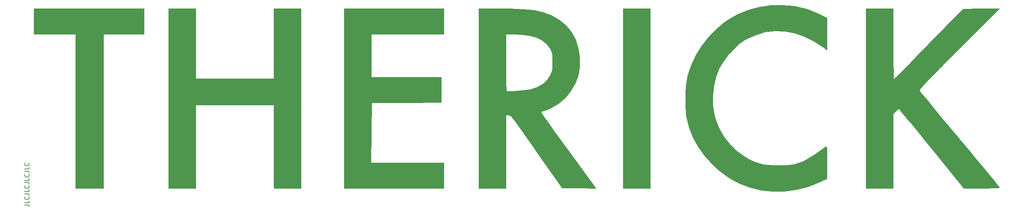
<source format=gbr>
G04 #@! TF.GenerationSoftware,KiCad,Pcbnew,(5.1.2-1)-1*
G04 #@! TF.CreationDate,2020-05-31T10:45:08-05:00*
G04 #@! TF.ProjectId,therick48,74686572-6963-46b3-9438-2e6b69636164,rev?*
G04 #@! TF.SameCoordinates,Original*
G04 #@! TF.FileFunction,Legend,Top*
G04 #@! TF.FilePolarity,Positive*
%FSLAX46Y46*%
G04 Gerber Fmt 4.6, Leading zero omitted, Abs format (unit mm)*
G04 Created by KiCad (PCBNEW (5.1.2-1)-1) date 2020-05-31 10:45:08*
%MOMM*%
%LPD*%
G04 APERTURE LIST*
%ADD10C,0.150000*%
%ADD11C,0.010000*%
G04 APERTURE END LIST*
D10*
X48852380Y-96579047D02*
X49566666Y-96579047D01*
X49709523Y-96626666D01*
X49804761Y-96721904D01*
X49852380Y-96864761D01*
X49852380Y-96960000D01*
X49852380Y-95626666D02*
X49852380Y-96102857D01*
X48852380Y-96102857D01*
X49757142Y-94721904D02*
X49804761Y-94769523D01*
X49852380Y-94912380D01*
X49852380Y-95007619D01*
X49804761Y-95150476D01*
X49709523Y-95245714D01*
X49614285Y-95293333D01*
X49423809Y-95340952D01*
X49280952Y-95340952D01*
X49090476Y-95293333D01*
X48995238Y-95245714D01*
X48900000Y-95150476D01*
X48852380Y-95007619D01*
X48852380Y-94912380D01*
X48900000Y-94769523D01*
X48947619Y-94721904D01*
X48852380Y-94007619D02*
X49566666Y-94007619D01*
X49709523Y-94055238D01*
X49804761Y-94150476D01*
X49852380Y-94293333D01*
X49852380Y-94388571D01*
X49852380Y-93055238D02*
X49852380Y-93531428D01*
X48852380Y-93531428D01*
X49757142Y-92150476D02*
X49804761Y-92198095D01*
X49852380Y-92340952D01*
X49852380Y-92436190D01*
X49804761Y-92579047D01*
X49709523Y-92674285D01*
X49614285Y-92721904D01*
X49423809Y-92769523D01*
X49280952Y-92769523D01*
X49090476Y-92721904D01*
X48995238Y-92674285D01*
X48900000Y-92579047D01*
X48852380Y-92436190D01*
X48852380Y-92340952D01*
X48900000Y-92198095D01*
X48947619Y-92150476D01*
X48852380Y-91436190D02*
X49566666Y-91436190D01*
X49709523Y-91483809D01*
X49804761Y-91579047D01*
X49852380Y-91721904D01*
X49852380Y-91817142D01*
X49852380Y-90483809D02*
X49852380Y-90960000D01*
X48852380Y-90960000D01*
X49757142Y-89579047D02*
X49804761Y-89626666D01*
X49852380Y-89769523D01*
X49852380Y-89864761D01*
X49804761Y-90007619D01*
X49709523Y-90102857D01*
X49614285Y-90150476D01*
X49423809Y-90198095D01*
X49280952Y-90198095D01*
X49090476Y-90150476D01*
X48995238Y-90102857D01*
X48900000Y-90007619D01*
X48852380Y-89864761D01*
X48852380Y-89769523D01*
X48900000Y-89626666D01*
X48947619Y-89579047D01*
X48852380Y-88864761D02*
X49566666Y-88864761D01*
X49709523Y-88912380D01*
X49804761Y-89007619D01*
X49852380Y-89150476D01*
X49852380Y-89245714D01*
X49852380Y-87912380D02*
X49852380Y-88388571D01*
X48852380Y-88388571D01*
X49757142Y-87007619D02*
X49804761Y-87055238D01*
X49852380Y-87198095D01*
X49852380Y-87293333D01*
X49804761Y-87436190D01*
X49709523Y-87531428D01*
X49614285Y-87579047D01*
X49423809Y-87626666D01*
X49280952Y-87626666D01*
X49090476Y-87579047D01*
X48995238Y-87531428D01*
X48900000Y-87436190D01*
X48852380Y-87293333D01*
X48852380Y-87198095D01*
X48900000Y-87055238D01*
X48947619Y-87007619D01*
D11*
G36*
X246521429Y-59806428D02*
G01*
X246524383Y-61478072D01*
X246532837Y-63032105D01*
X246546177Y-64432210D01*
X246563790Y-65642067D01*
X246585064Y-66625357D01*
X246609383Y-67345760D01*
X246636136Y-67766957D01*
X246657500Y-67864645D01*
X246804557Y-67735144D01*
X247181854Y-67367063D01*
X247767423Y-66782698D01*
X248539299Y-66004348D01*
X249475516Y-65054310D01*
X250554106Y-63954882D01*
X251753104Y-62728361D01*
X253050542Y-61397045D01*
X254424456Y-59983231D01*
X254595000Y-59807461D01*
X262396429Y-51765632D01*
X266568619Y-51749244D01*
X270740809Y-51732857D01*
X261501567Y-60973431D01*
X259733816Y-62742420D01*
X258206687Y-64273443D01*
X256903440Y-65584331D01*
X255807337Y-66692913D01*
X254901638Y-67617019D01*
X254169605Y-68374478D01*
X253594499Y-68983120D01*
X253159580Y-69460775D01*
X252848110Y-69825271D01*
X252643350Y-70094440D01*
X252528561Y-70286109D01*
X252487003Y-70418109D01*
X252501938Y-70508270D01*
X252521520Y-70538564D01*
X252676489Y-70727180D01*
X253044894Y-71172760D01*
X253608341Y-71853126D01*
X254348438Y-72746099D01*
X255246789Y-73829502D01*
X256285002Y-75081157D01*
X257444682Y-76478884D01*
X258707436Y-78000507D01*
X260054870Y-79623848D01*
X261468591Y-81326727D01*
X261690637Y-81594161D01*
X263109267Y-83303415D01*
X264461451Y-84933908D01*
X265729138Y-86463793D01*
X266894276Y-87871226D01*
X267938814Y-89134360D01*
X268844700Y-90231349D01*
X269593883Y-91140346D01*
X270168310Y-91839507D01*
X270549931Y-92306985D01*
X270720694Y-92520934D01*
X270727416Y-92530456D01*
X270664449Y-92601034D01*
X270360363Y-92655196D01*
X269789268Y-92694258D01*
X268925277Y-92719539D01*
X267742501Y-92732356D01*
X266716065Y-92734619D01*
X262577857Y-92733523D01*
X255239568Y-83663190D01*
X253966099Y-82091205D01*
X252759362Y-80605585D01*
X251638732Y-79229925D01*
X250623586Y-77987819D01*
X249733298Y-76902863D01*
X248987244Y-75998651D01*
X248404799Y-75298777D01*
X248005338Y-74826836D01*
X247808238Y-74606423D01*
X247791230Y-74592857D01*
X247610246Y-74711834D01*
X247279160Y-75012818D01*
X247101305Y-75191137D01*
X246521429Y-75789417D01*
X246521429Y-92735714D01*
X240352857Y-92735714D01*
X240352857Y-51732857D01*
X246521429Y-51732857D01*
X246521429Y-59806428D01*
X246521429Y-59806428D01*
G37*
X246521429Y-59806428D02*
X246524383Y-61478072D01*
X246532837Y-63032105D01*
X246546177Y-64432210D01*
X246563790Y-65642067D01*
X246585064Y-66625357D01*
X246609383Y-67345760D01*
X246636136Y-67766957D01*
X246657500Y-67864645D01*
X246804557Y-67735144D01*
X247181854Y-67367063D01*
X247767423Y-66782698D01*
X248539299Y-66004348D01*
X249475516Y-65054310D01*
X250554106Y-63954882D01*
X251753104Y-62728361D01*
X253050542Y-61397045D01*
X254424456Y-59983231D01*
X254595000Y-59807461D01*
X262396429Y-51765632D01*
X266568619Y-51749244D01*
X270740809Y-51732857D01*
X261501567Y-60973431D01*
X259733816Y-62742420D01*
X258206687Y-64273443D01*
X256903440Y-65584331D01*
X255807337Y-66692913D01*
X254901638Y-67617019D01*
X254169605Y-68374478D01*
X253594499Y-68983120D01*
X253159580Y-69460775D01*
X252848110Y-69825271D01*
X252643350Y-70094440D01*
X252528561Y-70286109D01*
X252487003Y-70418109D01*
X252501938Y-70508270D01*
X252521520Y-70538564D01*
X252676489Y-70727180D01*
X253044894Y-71172760D01*
X253608341Y-71853126D01*
X254348438Y-72746099D01*
X255246789Y-73829502D01*
X256285002Y-75081157D01*
X257444682Y-76478884D01*
X258707436Y-78000507D01*
X260054870Y-79623848D01*
X261468591Y-81326727D01*
X261690637Y-81594161D01*
X263109267Y-83303415D01*
X264461451Y-84933908D01*
X265729138Y-86463793D01*
X266894276Y-87871226D01*
X267938814Y-89134360D01*
X268844700Y-90231349D01*
X269593883Y-91140346D01*
X270168310Y-91839507D01*
X270549931Y-92306985D01*
X270720694Y-92520934D01*
X270727416Y-92530456D01*
X270664449Y-92601034D01*
X270360363Y-92655196D01*
X269789268Y-92694258D01*
X268925277Y-92719539D01*
X267742501Y-92732356D01*
X266716065Y-92734619D01*
X262577857Y-92733523D01*
X255239568Y-83663190D01*
X253966099Y-82091205D01*
X252759362Y-80605585D01*
X251638732Y-79229925D01*
X250623586Y-77987819D01*
X249733298Y-76902863D01*
X248987244Y-75998651D01*
X248404799Y-75298777D01*
X248005338Y-74826836D01*
X247808238Y-74606423D01*
X247791230Y-74592857D01*
X247610246Y-74711834D01*
X247279160Y-75012818D01*
X247101305Y-75191137D01*
X246521429Y-75789417D01*
X246521429Y-92735714D01*
X240352857Y-92735714D01*
X240352857Y-51732857D01*
X246521429Y-51732857D01*
X246521429Y-59806428D01*
G36*
X191185714Y-92735714D02*
G01*
X185017143Y-92735714D01*
X185017143Y-51732857D01*
X191185714Y-51732857D01*
X191185714Y-92735714D01*
X191185714Y-92735714D01*
G37*
X191185714Y-92735714D02*
X185017143Y-92735714D01*
X185017143Y-51732857D01*
X191185714Y-51732857D01*
X191185714Y-92735714D01*
G36*
X157122500Y-51733368D02*
G01*
X159111420Y-51743496D01*
X160790534Y-51776475D01*
X162212432Y-51836871D01*
X163429703Y-51929249D01*
X164494938Y-52058172D01*
X165460726Y-52228207D01*
X166379657Y-52443917D01*
X166869408Y-52579405D01*
X168862546Y-53324894D01*
X170602015Y-54326749D01*
X172077926Y-55572572D01*
X173280389Y-57049960D01*
X174199516Y-58746512D01*
X174825416Y-60649828D01*
X175148200Y-62747505D01*
X175164266Y-62981156D01*
X175127829Y-65083491D01*
X174768165Y-67077798D01*
X174102034Y-68934212D01*
X173146193Y-70622868D01*
X171917404Y-72113898D01*
X170432426Y-73377438D01*
X168786709Y-74346127D01*
X168086551Y-74660047D01*
X167430292Y-74915484D01*
X166952174Y-75060505D01*
X166927066Y-75065515D01*
X166523507Y-75187169D01*
X166332377Y-75335195D01*
X166330000Y-75351142D01*
X166433811Y-75525574D01*
X166732762Y-75966838D01*
X167208126Y-76648631D01*
X167841178Y-77544653D01*
X168613193Y-78628600D01*
X169505445Y-79874172D01*
X170499208Y-81255066D01*
X171575758Y-82744980D01*
X172580244Y-84130237D01*
X178830489Y-92735714D01*
X174984173Y-92726417D01*
X171137857Y-92717119D01*
X165345321Y-84380702D01*
X164103640Y-82594461D01*
X163051038Y-81083419D01*
X162169863Y-79824566D01*
X161442464Y-78794894D01*
X160851190Y-77971394D01*
X160378388Y-77331057D01*
X160006408Y-76850874D01*
X159717598Y-76507836D01*
X159494306Y-76278933D01*
X159318880Y-76141158D01*
X159173670Y-76071501D01*
X159041024Y-76046953D01*
X158949964Y-76044286D01*
X158347143Y-76044286D01*
X158347143Y-92735714D01*
X152178572Y-92735714D01*
X152178572Y-63949047D01*
X158347143Y-63949047D01*
X158350867Y-65440646D01*
X158361457Y-66817056D01*
X158378038Y-68036229D01*
X158399738Y-69056115D01*
X158425683Y-69834667D01*
X158454998Y-70329835D01*
X158483214Y-70498125D01*
X158725184Y-70552914D01*
X159249783Y-70568276D01*
X159979533Y-70549359D01*
X160836954Y-70501313D01*
X161744568Y-70429288D01*
X162624896Y-70338432D01*
X163400458Y-70233895D01*
X163927692Y-70136276D01*
X165502941Y-69630647D01*
X166810792Y-68886237D01*
X167846184Y-67906686D01*
X168547093Y-66814521D01*
X168732644Y-66390784D01*
X168853658Y-65959714D01*
X168923241Y-65428615D01*
X168954495Y-64704793D01*
X168960714Y-63888571D01*
X168953839Y-62960644D01*
X168923020Y-62301379D01*
X168852966Y-61816686D01*
X168728387Y-61412475D01*
X168533993Y-60994654D01*
X168470705Y-60873276D01*
X167725203Y-59819015D01*
X166704784Y-58968558D01*
X165402313Y-58319032D01*
X163810659Y-57867565D01*
X161922686Y-57611283D01*
X160206786Y-57544901D01*
X158347143Y-57538571D01*
X158347143Y-63949047D01*
X152178572Y-63949047D01*
X152178572Y-51732857D01*
X157122500Y-51733368D01*
X157122500Y-51733368D01*
G37*
X157122500Y-51733368D02*
X159111420Y-51743496D01*
X160790534Y-51776475D01*
X162212432Y-51836871D01*
X163429703Y-51929249D01*
X164494938Y-52058172D01*
X165460726Y-52228207D01*
X166379657Y-52443917D01*
X166869408Y-52579405D01*
X168862546Y-53324894D01*
X170602015Y-54326749D01*
X172077926Y-55572572D01*
X173280389Y-57049960D01*
X174199516Y-58746512D01*
X174825416Y-60649828D01*
X175148200Y-62747505D01*
X175164266Y-62981156D01*
X175127829Y-65083491D01*
X174768165Y-67077798D01*
X174102034Y-68934212D01*
X173146193Y-70622868D01*
X171917404Y-72113898D01*
X170432426Y-73377438D01*
X168786709Y-74346127D01*
X168086551Y-74660047D01*
X167430292Y-74915484D01*
X166952174Y-75060505D01*
X166927066Y-75065515D01*
X166523507Y-75187169D01*
X166332377Y-75335195D01*
X166330000Y-75351142D01*
X166433811Y-75525574D01*
X166732762Y-75966838D01*
X167208126Y-76648631D01*
X167841178Y-77544653D01*
X168613193Y-78628600D01*
X169505445Y-79874172D01*
X170499208Y-81255066D01*
X171575758Y-82744980D01*
X172580244Y-84130237D01*
X178830489Y-92735714D01*
X174984173Y-92726417D01*
X171137857Y-92717119D01*
X165345321Y-84380702D01*
X164103640Y-82594461D01*
X163051038Y-81083419D01*
X162169863Y-79824566D01*
X161442464Y-78794894D01*
X160851190Y-77971394D01*
X160378388Y-77331057D01*
X160006408Y-76850874D01*
X159717598Y-76507836D01*
X159494306Y-76278933D01*
X159318880Y-76141158D01*
X159173670Y-76071501D01*
X159041024Y-76046953D01*
X158949964Y-76044286D01*
X158347143Y-76044286D01*
X158347143Y-92735714D01*
X152178572Y-92735714D01*
X152178572Y-63949047D01*
X158347143Y-63949047D01*
X158350867Y-65440646D01*
X158361457Y-66817056D01*
X158378038Y-68036229D01*
X158399738Y-69056115D01*
X158425683Y-69834667D01*
X158454998Y-70329835D01*
X158483214Y-70498125D01*
X158725184Y-70552914D01*
X159249783Y-70568276D01*
X159979533Y-70549359D01*
X160836954Y-70501313D01*
X161744568Y-70429288D01*
X162624896Y-70338432D01*
X163400458Y-70233895D01*
X163927692Y-70136276D01*
X165502941Y-69630647D01*
X166810792Y-68886237D01*
X167846184Y-67906686D01*
X168547093Y-66814521D01*
X168732644Y-66390784D01*
X168853658Y-65959714D01*
X168923241Y-65428615D01*
X168954495Y-64704793D01*
X168960714Y-63888571D01*
X168953839Y-62960644D01*
X168923020Y-62301379D01*
X168852966Y-61816686D01*
X168728387Y-61412475D01*
X168533993Y-60994654D01*
X168470705Y-60873276D01*
X167725203Y-59819015D01*
X166704784Y-58968558D01*
X165402313Y-58319032D01*
X163810659Y-57867565D01*
X161922686Y-57611283D01*
X160206786Y-57544901D01*
X158347143Y-57538571D01*
X158347143Y-63949047D01*
X152178572Y-63949047D01*
X152178572Y-51732857D01*
X157122500Y-51733368D01*
G36*
X144195714Y-57538571D02*
G01*
X127685714Y-57538571D01*
X127685714Y-67335714D01*
X143651429Y-67335714D01*
X143651429Y-73137614D01*
X135713929Y-73184878D01*
X127776429Y-73232143D01*
X127728890Y-80081071D01*
X127681351Y-86930000D01*
X144195714Y-86930000D01*
X144195714Y-92735714D01*
X121517143Y-92735714D01*
X121517143Y-51732857D01*
X144195714Y-51732857D01*
X144195714Y-57538571D01*
X144195714Y-57538571D01*
G37*
X144195714Y-57538571D02*
X127685714Y-57538571D01*
X127685714Y-67335714D01*
X143651429Y-67335714D01*
X143651429Y-73137614D01*
X135713929Y-73184878D01*
X127776429Y-73232143D01*
X127728890Y-80081071D01*
X127681351Y-86930000D01*
X144195714Y-86930000D01*
X144195714Y-92735714D01*
X121517143Y-92735714D01*
X121517143Y-51732857D01*
X144195714Y-51732857D01*
X144195714Y-57538571D01*
G36*
X87771429Y-67698571D02*
G01*
X105551429Y-67698571D01*
X105551429Y-51732857D01*
X111720000Y-51732857D01*
X111720000Y-92735714D01*
X105551429Y-92735714D01*
X105551429Y-73685714D01*
X87771429Y-73685714D01*
X87771429Y-92735714D01*
X81602857Y-92735714D01*
X81602857Y-51732857D01*
X87771429Y-51732857D01*
X87771429Y-67698571D01*
X87771429Y-67698571D01*
G37*
X87771429Y-67698571D02*
X105551429Y-67698571D01*
X105551429Y-51732857D01*
X111720000Y-51732857D01*
X111720000Y-92735714D01*
X105551429Y-92735714D01*
X105551429Y-73685714D01*
X87771429Y-73685714D01*
X87771429Y-92735714D01*
X81602857Y-92735714D01*
X81602857Y-51732857D01*
X87771429Y-51732857D01*
X87771429Y-67698571D01*
G36*
X75978572Y-57538571D02*
G01*
X66725714Y-57538571D01*
X66725714Y-92735714D01*
X60375714Y-92735714D01*
X60375714Y-57538571D01*
X50941429Y-57538571D01*
X50941429Y-51732857D01*
X75978572Y-51732857D01*
X75978572Y-57538571D01*
X75978572Y-57538571D01*
G37*
X75978572Y-57538571D02*
X66725714Y-57538571D01*
X66725714Y-92735714D01*
X60375714Y-92735714D01*
X60375714Y-57538571D01*
X50941429Y-57538571D01*
X50941429Y-51732857D01*
X75978572Y-51732857D01*
X75978572Y-57538571D01*
G36*
X223942095Y-51134986D02*
G01*
X226498146Y-51690919D01*
X227017857Y-51848559D01*
X227576927Y-52051896D01*
X228342120Y-52363197D01*
X229192931Y-52732384D01*
X229693929Y-52960637D01*
X231462857Y-53783317D01*
X231462857Y-61201908D01*
X230601072Y-60551043D01*
X228471907Y-59136255D01*
X226282874Y-58052660D01*
X224057020Y-57302484D01*
X221817395Y-56887953D01*
X219587048Y-56811292D01*
X217389029Y-57074727D01*
X215246387Y-57680482D01*
X213182172Y-58630784D01*
X212826880Y-58834949D01*
X211495120Y-59772582D01*
X210164707Y-60979887D01*
X208912844Y-62371695D01*
X207816738Y-63862841D01*
X207012218Y-65249286D01*
X206226289Y-67193891D01*
X205704895Y-69314256D01*
X205454187Y-71531379D01*
X205480317Y-73766261D01*
X205789435Y-75939900D01*
X206089253Y-77103607D01*
X206873011Y-79089148D01*
X207966788Y-80976141D01*
X209324306Y-82710948D01*
X210899284Y-84239932D01*
X212645441Y-85509454D01*
X213955000Y-86219797D01*
X215107526Y-86728710D01*
X216126615Y-87093244D01*
X217118750Y-87335393D01*
X218190416Y-87477148D01*
X219448094Y-87540504D01*
X220395714Y-87550065D01*
X221775621Y-87521868D01*
X222994037Y-87422424D01*
X224107531Y-87229453D01*
X225172670Y-86920677D01*
X226246022Y-86473817D01*
X227384153Y-85866594D01*
X228643632Y-85076729D01*
X230081026Y-84081943D01*
X231124250Y-83324656D01*
X231237479Y-83255330D01*
X231322181Y-83265341D01*
X231382489Y-83397472D01*
X231422537Y-83694505D01*
X231446460Y-84199221D01*
X231458392Y-84954403D01*
X231462465Y-86002833D01*
X231462857Y-86828925D01*
X231462857Y-90582109D01*
X229966072Y-91283291D01*
X227329545Y-92324294D01*
X224588863Y-93036038D01*
X221790333Y-93412061D01*
X218980262Y-93445899D01*
X216438626Y-93171609D01*
X213864965Y-92557764D01*
X211401177Y-91600603D01*
X209058218Y-90305923D01*
X206847046Y-88679523D01*
X205329170Y-87292857D01*
X203565845Y-85346523D01*
X202127019Y-83322462D01*
X200974532Y-81154971D01*
X200070226Y-78778350D01*
X199752152Y-77690527D01*
X199584268Y-77036090D01*
X199461464Y-76452591D01*
X199376576Y-75862316D01*
X199322441Y-75187552D01*
X199291895Y-74350583D01*
X199277774Y-73273697D01*
X199274280Y-72506428D01*
X199289993Y-70868251D01*
X199357840Y-69499903D01*
X199493188Y-68310225D01*
X199711400Y-67208057D01*
X200027841Y-66102239D01*
X200457878Y-64901613D01*
X200630189Y-64461902D01*
X201642083Y-62332171D01*
X202947155Y-60237255D01*
X204485564Y-58251207D01*
X206197466Y-56448079D01*
X208023018Y-54901926D01*
X208798214Y-54354312D01*
X211046376Y-53072193D01*
X213472308Y-52079024D01*
X216025429Y-51381762D01*
X218655155Y-50987364D01*
X221310904Y-50902787D01*
X223942095Y-51134986D01*
X223942095Y-51134986D01*
G37*
X223942095Y-51134986D02*
X226498146Y-51690919D01*
X227017857Y-51848559D01*
X227576927Y-52051896D01*
X228342120Y-52363197D01*
X229192931Y-52732384D01*
X229693929Y-52960637D01*
X231462857Y-53783317D01*
X231462857Y-61201908D01*
X230601072Y-60551043D01*
X228471907Y-59136255D01*
X226282874Y-58052660D01*
X224057020Y-57302484D01*
X221817395Y-56887953D01*
X219587048Y-56811292D01*
X217389029Y-57074727D01*
X215246387Y-57680482D01*
X213182172Y-58630784D01*
X212826880Y-58834949D01*
X211495120Y-59772582D01*
X210164707Y-60979887D01*
X208912844Y-62371695D01*
X207816738Y-63862841D01*
X207012218Y-65249286D01*
X206226289Y-67193891D01*
X205704895Y-69314256D01*
X205454187Y-71531379D01*
X205480317Y-73766261D01*
X205789435Y-75939900D01*
X206089253Y-77103607D01*
X206873011Y-79089148D01*
X207966788Y-80976141D01*
X209324306Y-82710948D01*
X210899284Y-84239932D01*
X212645441Y-85509454D01*
X213955000Y-86219797D01*
X215107526Y-86728710D01*
X216126615Y-87093244D01*
X217118750Y-87335393D01*
X218190416Y-87477148D01*
X219448094Y-87540504D01*
X220395714Y-87550065D01*
X221775621Y-87521868D01*
X222994037Y-87422424D01*
X224107531Y-87229453D01*
X225172670Y-86920677D01*
X226246022Y-86473817D01*
X227384153Y-85866594D01*
X228643632Y-85076729D01*
X230081026Y-84081943D01*
X231124250Y-83324656D01*
X231237479Y-83255330D01*
X231322181Y-83265341D01*
X231382489Y-83397472D01*
X231422537Y-83694505D01*
X231446460Y-84199221D01*
X231458392Y-84954403D01*
X231462465Y-86002833D01*
X231462857Y-86828925D01*
X231462857Y-90582109D01*
X229966072Y-91283291D01*
X227329545Y-92324294D01*
X224588863Y-93036038D01*
X221790333Y-93412061D01*
X218980262Y-93445899D01*
X216438626Y-93171609D01*
X213864965Y-92557764D01*
X211401177Y-91600603D01*
X209058218Y-90305923D01*
X206847046Y-88679523D01*
X205329170Y-87292857D01*
X203565845Y-85346523D01*
X202127019Y-83322462D01*
X200974532Y-81154971D01*
X200070226Y-78778350D01*
X199752152Y-77690527D01*
X199584268Y-77036090D01*
X199461464Y-76452591D01*
X199376576Y-75862316D01*
X199322441Y-75187552D01*
X199291895Y-74350583D01*
X199277774Y-73273697D01*
X199274280Y-72506428D01*
X199289993Y-70868251D01*
X199357840Y-69499903D01*
X199493188Y-68310225D01*
X199711400Y-67208057D01*
X200027841Y-66102239D01*
X200457878Y-64901613D01*
X200630189Y-64461902D01*
X201642083Y-62332171D01*
X202947155Y-60237255D01*
X204485564Y-58251207D01*
X206197466Y-56448079D01*
X208023018Y-54901926D01*
X208798214Y-54354312D01*
X211046376Y-53072193D01*
X213472308Y-52079024D01*
X216025429Y-51381762D01*
X218655155Y-50987364D01*
X221310904Y-50902787D01*
X223942095Y-51134986D01*
M02*

</source>
